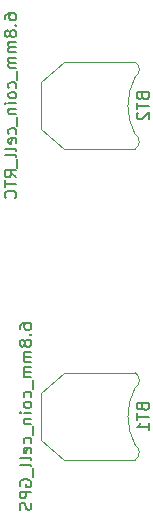
<source format=gbr>
%TF.GenerationSoftware,KiCad,Pcbnew,7.0.7*%
%TF.CreationDate,2024-01-17T19:34:37-05:00*%
%TF.ProjectId,Unified_Board,556e6966-6965-4645-9f42-6f6172642e6b,rev?*%
%TF.SameCoordinates,Original*%
%TF.FileFunction,Legend,Bot*%
%TF.FilePolarity,Positive*%
%FSLAX46Y46*%
G04 Gerber Fmt 4.6, Leading zero omitted, Abs format (unit mm)*
G04 Created by KiCad (PCBNEW 7.0.7) date 2024-01-17 19:34:37*
%MOMM*%
%LPD*%
G01*
G04 APERTURE LIST*
%ADD10C,0.150000*%
%ADD11C,0.120000*%
G04 APERTURE END LIST*
D10*
X155131009Y-83914285D02*
X155178628Y-84057142D01*
X155178628Y-84057142D02*
X155226247Y-84104761D01*
X155226247Y-84104761D02*
X155321485Y-84152380D01*
X155321485Y-84152380D02*
X155464342Y-84152380D01*
X155464342Y-84152380D02*
X155559580Y-84104761D01*
X155559580Y-84104761D02*
X155607200Y-84057142D01*
X155607200Y-84057142D02*
X155654819Y-83961904D01*
X155654819Y-83961904D02*
X155654819Y-83580952D01*
X155654819Y-83580952D02*
X154654819Y-83580952D01*
X154654819Y-83580952D02*
X154654819Y-83914285D01*
X154654819Y-83914285D02*
X154702438Y-84009523D01*
X154702438Y-84009523D02*
X154750057Y-84057142D01*
X154750057Y-84057142D02*
X154845295Y-84104761D01*
X154845295Y-84104761D02*
X154940533Y-84104761D01*
X154940533Y-84104761D02*
X155035771Y-84057142D01*
X155035771Y-84057142D02*
X155083390Y-84009523D01*
X155083390Y-84009523D02*
X155131009Y-83914285D01*
X155131009Y-83914285D02*
X155131009Y-83580952D01*
X154654819Y-84438095D02*
X154654819Y-85009523D01*
X155654819Y-84723809D02*
X154654819Y-84723809D01*
X155654819Y-85866666D02*
X155654819Y-85295238D01*
X155654819Y-85580952D02*
X154654819Y-85580952D01*
X154654819Y-85580952D02*
X154797676Y-85485714D01*
X154797676Y-85485714D02*
X154892914Y-85390476D01*
X154892914Y-85390476D02*
X154940533Y-85295238D01*
X144729819Y-77271428D02*
X144729819Y-77080952D01*
X144729819Y-77080952D02*
X144777438Y-76985714D01*
X144777438Y-76985714D02*
X144825057Y-76938095D01*
X144825057Y-76938095D02*
X144967914Y-76842857D01*
X144967914Y-76842857D02*
X145158390Y-76795238D01*
X145158390Y-76795238D02*
X145539342Y-76795238D01*
X145539342Y-76795238D02*
X145634580Y-76842857D01*
X145634580Y-76842857D02*
X145682200Y-76890476D01*
X145682200Y-76890476D02*
X145729819Y-76985714D01*
X145729819Y-76985714D02*
X145729819Y-77176190D01*
X145729819Y-77176190D02*
X145682200Y-77271428D01*
X145682200Y-77271428D02*
X145634580Y-77319047D01*
X145634580Y-77319047D02*
X145539342Y-77366666D01*
X145539342Y-77366666D02*
X145301247Y-77366666D01*
X145301247Y-77366666D02*
X145206009Y-77319047D01*
X145206009Y-77319047D02*
X145158390Y-77271428D01*
X145158390Y-77271428D02*
X145110771Y-77176190D01*
X145110771Y-77176190D02*
X145110771Y-76985714D01*
X145110771Y-76985714D02*
X145158390Y-76890476D01*
X145158390Y-76890476D02*
X145206009Y-76842857D01*
X145206009Y-76842857D02*
X145301247Y-76795238D01*
X145634580Y-77795238D02*
X145682200Y-77842857D01*
X145682200Y-77842857D02*
X145729819Y-77795238D01*
X145729819Y-77795238D02*
X145682200Y-77747619D01*
X145682200Y-77747619D02*
X145634580Y-77795238D01*
X145634580Y-77795238D02*
X145729819Y-77795238D01*
X145158390Y-78414285D02*
X145110771Y-78319047D01*
X145110771Y-78319047D02*
X145063152Y-78271428D01*
X145063152Y-78271428D02*
X144967914Y-78223809D01*
X144967914Y-78223809D02*
X144920295Y-78223809D01*
X144920295Y-78223809D02*
X144825057Y-78271428D01*
X144825057Y-78271428D02*
X144777438Y-78319047D01*
X144777438Y-78319047D02*
X144729819Y-78414285D01*
X144729819Y-78414285D02*
X144729819Y-78604761D01*
X144729819Y-78604761D02*
X144777438Y-78699999D01*
X144777438Y-78699999D02*
X144825057Y-78747618D01*
X144825057Y-78747618D02*
X144920295Y-78795237D01*
X144920295Y-78795237D02*
X144967914Y-78795237D01*
X144967914Y-78795237D02*
X145063152Y-78747618D01*
X145063152Y-78747618D02*
X145110771Y-78699999D01*
X145110771Y-78699999D02*
X145158390Y-78604761D01*
X145158390Y-78604761D02*
X145158390Y-78414285D01*
X145158390Y-78414285D02*
X145206009Y-78319047D01*
X145206009Y-78319047D02*
X145253628Y-78271428D01*
X145253628Y-78271428D02*
X145348866Y-78223809D01*
X145348866Y-78223809D02*
X145539342Y-78223809D01*
X145539342Y-78223809D02*
X145634580Y-78271428D01*
X145634580Y-78271428D02*
X145682200Y-78319047D01*
X145682200Y-78319047D02*
X145729819Y-78414285D01*
X145729819Y-78414285D02*
X145729819Y-78604761D01*
X145729819Y-78604761D02*
X145682200Y-78699999D01*
X145682200Y-78699999D02*
X145634580Y-78747618D01*
X145634580Y-78747618D02*
X145539342Y-78795237D01*
X145539342Y-78795237D02*
X145348866Y-78795237D01*
X145348866Y-78795237D02*
X145253628Y-78747618D01*
X145253628Y-78747618D02*
X145206009Y-78699999D01*
X145206009Y-78699999D02*
X145158390Y-78604761D01*
X145729819Y-79223809D02*
X145063152Y-79223809D01*
X145158390Y-79223809D02*
X145110771Y-79271428D01*
X145110771Y-79271428D02*
X145063152Y-79366666D01*
X145063152Y-79366666D02*
X145063152Y-79509523D01*
X145063152Y-79509523D02*
X145110771Y-79604761D01*
X145110771Y-79604761D02*
X145206009Y-79652380D01*
X145206009Y-79652380D02*
X145729819Y-79652380D01*
X145206009Y-79652380D02*
X145110771Y-79699999D01*
X145110771Y-79699999D02*
X145063152Y-79795237D01*
X145063152Y-79795237D02*
X145063152Y-79938094D01*
X145063152Y-79938094D02*
X145110771Y-80033333D01*
X145110771Y-80033333D02*
X145206009Y-80080952D01*
X145206009Y-80080952D02*
X145729819Y-80080952D01*
X145729819Y-80557142D02*
X145063152Y-80557142D01*
X145158390Y-80557142D02*
X145110771Y-80604761D01*
X145110771Y-80604761D02*
X145063152Y-80699999D01*
X145063152Y-80699999D02*
X145063152Y-80842856D01*
X145063152Y-80842856D02*
X145110771Y-80938094D01*
X145110771Y-80938094D02*
X145206009Y-80985713D01*
X145206009Y-80985713D02*
X145729819Y-80985713D01*
X145206009Y-80985713D02*
X145110771Y-81033332D01*
X145110771Y-81033332D02*
X145063152Y-81128570D01*
X145063152Y-81128570D02*
X145063152Y-81271427D01*
X145063152Y-81271427D02*
X145110771Y-81366666D01*
X145110771Y-81366666D02*
X145206009Y-81414285D01*
X145206009Y-81414285D02*
X145729819Y-81414285D01*
X145825057Y-81652380D02*
X145825057Y-82414284D01*
X145682200Y-83080951D02*
X145729819Y-82985713D01*
X145729819Y-82985713D02*
X145729819Y-82795237D01*
X145729819Y-82795237D02*
X145682200Y-82699999D01*
X145682200Y-82699999D02*
X145634580Y-82652380D01*
X145634580Y-82652380D02*
X145539342Y-82604761D01*
X145539342Y-82604761D02*
X145253628Y-82604761D01*
X145253628Y-82604761D02*
X145158390Y-82652380D01*
X145158390Y-82652380D02*
X145110771Y-82699999D01*
X145110771Y-82699999D02*
X145063152Y-82795237D01*
X145063152Y-82795237D02*
X145063152Y-82985713D01*
X145063152Y-82985713D02*
X145110771Y-83080951D01*
X145729819Y-83652380D02*
X145682200Y-83557142D01*
X145682200Y-83557142D02*
X145634580Y-83509523D01*
X145634580Y-83509523D02*
X145539342Y-83461904D01*
X145539342Y-83461904D02*
X145253628Y-83461904D01*
X145253628Y-83461904D02*
X145158390Y-83509523D01*
X145158390Y-83509523D02*
X145110771Y-83557142D01*
X145110771Y-83557142D02*
X145063152Y-83652380D01*
X145063152Y-83652380D02*
X145063152Y-83795237D01*
X145063152Y-83795237D02*
X145110771Y-83890475D01*
X145110771Y-83890475D02*
X145158390Y-83938094D01*
X145158390Y-83938094D02*
X145253628Y-83985713D01*
X145253628Y-83985713D02*
X145539342Y-83985713D01*
X145539342Y-83985713D02*
X145634580Y-83938094D01*
X145634580Y-83938094D02*
X145682200Y-83890475D01*
X145682200Y-83890475D02*
X145729819Y-83795237D01*
X145729819Y-83795237D02*
X145729819Y-83652380D01*
X145729819Y-84414285D02*
X145063152Y-84414285D01*
X144729819Y-84414285D02*
X144777438Y-84366666D01*
X144777438Y-84366666D02*
X144825057Y-84414285D01*
X144825057Y-84414285D02*
X144777438Y-84461904D01*
X144777438Y-84461904D02*
X144729819Y-84414285D01*
X144729819Y-84414285D02*
X144825057Y-84414285D01*
X145063152Y-84890475D02*
X145729819Y-84890475D01*
X145158390Y-84890475D02*
X145110771Y-84938094D01*
X145110771Y-84938094D02*
X145063152Y-85033332D01*
X145063152Y-85033332D02*
X145063152Y-85176189D01*
X145063152Y-85176189D02*
X145110771Y-85271427D01*
X145110771Y-85271427D02*
X145206009Y-85319046D01*
X145206009Y-85319046D02*
X145729819Y-85319046D01*
X145825057Y-85557142D02*
X145825057Y-86319046D01*
X145682200Y-86985713D02*
X145729819Y-86890475D01*
X145729819Y-86890475D02*
X145729819Y-86699999D01*
X145729819Y-86699999D02*
X145682200Y-86604761D01*
X145682200Y-86604761D02*
X145634580Y-86557142D01*
X145634580Y-86557142D02*
X145539342Y-86509523D01*
X145539342Y-86509523D02*
X145253628Y-86509523D01*
X145253628Y-86509523D02*
X145158390Y-86557142D01*
X145158390Y-86557142D02*
X145110771Y-86604761D01*
X145110771Y-86604761D02*
X145063152Y-86699999D01*
X145063152Y-86699999D02*
X145063152Y-86890475D01*
X145063152Y-86890475D02*
X145110771Y-86985713D01*
X145682200Y-87795237D02*
X145729819Y-87699999D01*
X145729819Y-87699999D02*
X145729819Y-87509523D01*
X145729819Y-87509523D02*
X145682200Y-87414285D01*
X145682200Y-87414285D02*
X145586961Y-87366666D01*
X145586961Y-87366666D02*
X145206009Y-87366666D01*
X145206009Y-87366666D02*
X145110771Y-87414285D01*
X145110771Y-87414285D02*
X145063152Y-87509523D01*
X145063152Y-87509523D02*
X145063152Y-87699999D01*
X145063152Y-87699999D02*
X145110771Y-87795237D01*
X145110771Y-87795237D02*
X145206009Y-87842856D01*
X145206009Y-87842856D02*
X145301247Y-87842856D01*
X145301247Y-87842856D02*
X145396485Y-87366666D01*
X145729819Y-88414285D02*
X145682200Y-88319047D01*
X145682200Y-88319047D02*
X145586961Y-88271428D01*
X145586961Y-88271428D02*
X144729819Y-88271428D01*
X145729819Y-88938095D02*
X145682200Y-88842857D01*
X145682200Y-88842857D02*
X145586961Y-88795238D01*
X145586961Y-88795238D02*
X144729819Y-88795238D01*
X145825057Y-89080953D02*
X145825057Y-89842857D01*
X144777438Y-90604762D02*
X144729819Y-90509524D01*
X144729819Y-90509524D02*
X144729819Y-90366667D01*
X144729819Y-90366667D02*
X144777438Y-90223810D01*
X144777438Y-90223810D02*
X144872676Y-90128572D01*
X144872676Y-90128572D02*
X144967914Y-90080953D01*
X144967914Y-90080953D02*
X145158390Y-90033334D01*
X145158390Y-90033334D02*
X145301247Y-90033334D01*
X145301247Y-90033334D02*
X145491723Y-90080953D01*
X145491723Y-90080953D02*
X145586961Y-90128572D01*
X145586961Y-90128572D02*
X145682200Y-90223810D01*
X145682200Y-90223810D02*
X145729819Y-90366667D01*
X145729819Y-90366667D02*
X145729819Y-90461905D01*
X145729819Y-90461905D02*
X145682200Y-90604762D01*
X145682200Y-90604762D02*
X145634580Y-90652381D01*
X145634580Y-90652381D02*
X145301247Y-90652381D01*
X145301247Y-90652381D02*
X145301247Y-90461905D01*
X145729819Y-91080953D02*
X144729819Y-91080953D01*
X144729819Y-91080953D02*
X144729819Y-91461905D01*
X144729819Y-91461905D02*
X144777438Y-91557143D01*
X144777438Y-91557143D02*
X144825057Y-91604762D01*
X144825057Y-91604762D02*
X144920295Y-91652381D01*
X144920295Y-91652381D02*
X145063152Y-91652381D01*
X145063152Y-91652381D02*
X145158390Y-91604762D01*
X145158390Y-91604762D02*
X145206009Y-91557143D01*
X145206009Y-91557143D02*
X145253628Y-91461905D01*
X145253628Y-91461905D02*
X145253628Y-91080953D01*
X145682200Y-92033334D02*
X145729819Y-92176191D01*
X145729819Y-92176191D02*
X145729819Y-92414286D01*
X145729819Y-92414286D02*
X145682200Y-92509524D01*
X145682200Y-92509524D02*
X145634580Y-92557143D01*
X145634580Y-92557143D02*
X145539342Y-92604762D01*
X145539342Y-92604762D02*
X145444104Y-92604762D01*
X145444104Y-92604762D02*
X145348866Y-92557143D01*
X145348866Y-92557143D02*
X145301247Y-92509524D01*
X145301247Y-92509524D02*
X145253628Y-92414286D01*
X145253628Y-92414286D02*
X145206009Y-92223810D01*
X145206009Y-92223810D02*
X145158390Y-92128572D01*
X145158390Y-92128572D02*
X145110771Y-92080953D01*
X145110771Y-92080953D02*
X145015533Y-92033334D01*
X145015533Y-92033334D02*
X144920295Y-92033334D01*
X144920295Y-92033334D02*
X144825057Y-92080953D01*
X144825057Y-92080953D02*
X144777438Y-92128572D01*
X144777438Y-92128572D02*
X144729819Y-92223810D01*
X144729819Y-92223810D02*
X144729819Y-92461905D01*
X144729819Y-92461905D02*
X144777438Y-92604762D01*
X155131009Y-57614285D02*
X155178628Y-57757142D01*
X155178628Y-57757142D02*
X155226247Y-57804761D01*
X155226247Y-57804761D02*
X155321485Y-57852380D01*
X155321485Y-57852380D02*
X155464342Y-57852380D01*
X155464342Y-57852380D02*
X155559580Y-57804761D01*
X155559580Y-57804761D02*
X155607200Y-57757142D01*
X155607200Y-57757142D02*
X155654819Y-57661904D01*
X155654819Y-57661904D02*
X155654819Y-57280952D01*
X155654819Y-57280952D02*
X154654819Y-57280952D01*
X154654819Y-57280952D02*
X154654819Y-57614285D01*
X154654819Y-57614285D02*
X154702438Y-57709523D01*
X154702438Y-57709523D02*
X154750057Y-57757142D01*
X154750057Y-57757142D02*
X154845295Y-57804761D01*
X154845295Y-57804761D02*
X154940533Y-57804761D01*
X154940533Y-57804761D02*
X155035771Y-57757142D01*
X155035771Y-57757142D02*
X155083390Y-57709523D01*
X155083390Y-57709523D02*
X155131009Y-57614285D01*
X155131009Y-57614285D02*
X155131009Y-57280952D01*
X154654819Y-58138095D02*
X154654819Y-58709523D01*
X155654819Y-58423809D02*
X154654819Y-58423809D01*
X154750057Y-58995238D02*
X154702438Y-59042857D01*
X154702438Y-59042857D02*
X154654819Y-59138095D01*
X154654819Y-59138095D02*
X154654819Y-59376190D01*
X154654819Y-59376190D02*
X154702438Y-59471428D01*
X154702438Y-59471428D02*
X154750057Y-59519047D01*
X154750057Y-59519047D02*
X154845295Y-59566666D01*
X154845295Y-59566666D02*
X154940533Y-59566666D01*
X154940533Y-59566666D02*
X155083390Y-59519047D01*
X155083390Y-59519047D02*
X155654819Y-58947619D01*
X155654819Y-58947619D02*
X155654819Y-59566666D01*
X143454819Y-51066666D02*
X143454819Y-50876190D01*
X143454819Y-50876190D02*
X143502438Y-50780952D01*
X143502438Y-50780952D02*
X143550057Y-50733333D01*
X143550057Y-50733333D02*
X143692914Y-50638095D01*
X143692914Y-50638095D02*
X143883390Y-50590476D01*
X143883390Y-50590476D02*
X144264342Y-50590476D01*
X144264342Y-50590476D02*
X144359580Y-50638095D01*
X144359580Y-50638095D02*
X144407200Y-50685714D01*
X144407200Y-50685714D02*
X144454819Y-50780952D01*
X144454819Y-50780952D02*
X144454819Y-50971428D01*
X144454819Y-50971428D02*
X144407200Y-51066666D01*
X144407200Y-51066666D02*
X144359580Y-51114285D01*
X144359580Y-51114285D02*
X144264342Y-51161904D01*
X144264342Y-51161904D02*
X144026247Y-51161904D01*
X144026247Y-51161904D02*
X143931009Y-51114285D01*
X143931009Y-51114285D02*
X143883390Y-51066666D01*
X143883390Y-51066666D02*
X143835771Y-50971428D01*
X143835771Y-50971428D02*
X143835771Y-50780952D01*
X143835771Y-50780952D02*
X143883390Y-50685714D01*
X143883390Y-50685714D02*
X143931009Y-50638095D01*
X143931009Y-50638095D02*
X144026247Y-50590476D01*
X144359580Y-51590476D02*
X144407200Y-51638095D01*
X144407200Y-51638095D02*
X144454819Y-51590476D01*
X144454819Y-51590476D02*
X144407200Y-51542857D01*
X144407200Y-51542857D02*
X144359580Y-51590476D01*
X144359580Y-51590476D02*
X144454819Y-51590476D01*
X143883390Y-52209523D02*
X143835771Y-52114285D01*
X143835771Y-52114285D02*
X143788152Y-52066666D01*
X143788152Y-52066666D02*
X143692914Y-52019047D01*
X143692914Y-52019047D02*
X143645295Y-52019047D01*
X143645295Y-52019047D02*
X143550057Y-52066666D01*
X143550057Y-52066666D02*
X143502438Y-52114285D01*
X143502438Y-52114285D02*
X143454819Y-52209523D01*
X143454819Y-52209523D02*
X143454819Y-52399999D01*
X143454819Y-52399999D02*
X143502438Y-52495237D01*
X143502438Y-52495237D02*
X143550057Y-52542856D01*
X143550057Y-52542856D02*
X143645295Y-52590475D01*
X143645295Y-52590475D02*
X143692914Y-52590475D01*
X143692914Y-52590475D02*
X143788152Y-52542856D01*
X143788152Y-52542856D02*
X143835771Y-52495237D01*
X143835771Y-52495237D02*
X143883390Y-52399999D01*
X143883390Y-52399999D02*
X143883390Y-52209523D01*
X143883390Y-52209523D02*
X143931009Y-52114285D01*
X143931009Y-52114285D02*
X143978628Y-52066666D01*
X143978628Y-52066666D02*
X144073866Y-52019047D01*
X144073866Y-52019047D02*
X144264342Y-52019047D01*
X144264342Y-52019047D02*
X144359580Y-52066666D01*
X144359580Y-52066666D02*
X144407200Y-52114285D01*
X144407200Y-52114285D02*
X144454819Y-52209523D01*
X144454819Y-52209523D02*
X144454819Y-52399999D01*
X144454819Y-52399999D02*
X144407200Y-52495237D01*
X144407200Y-52495237D02*
X144359580Y-52542856D01*
X144359580Y-52542856D02*
X144264342Y-52590475D01*
X144264342Y-52590475D02*
X144073866Y-52590475D01*
X144073866Y-52590475D02*
X143978628Y-52542856D01*
X143978628Y-52542856D02*
X143931009Y-52495237D01*
X143931009Y-52495237D02*
X143883390Y-52399999D01*
X144454819Y-53019047D02*
X143788152Y-53019047D01*
X143883390Y-53019047D02*
X143835771Y-53066666D01*
X143835771Y-53066666D02*
X143788152Y-53161904D01*
X143788152Y-53161904D02*
X143788152Y-53304761D01*
X143788152Y-53304761D02*
X143835771Y-53399999D01*
X143835771Y-53399999D02*
X143931009Y-53447618D01*
X143931009Y-53447618D02*
X144454819Y-53447618D01*
X143931009Y-53447618D02*
X143835771Y-53495237D01*
X143835771Y-53495237D02*
X143788152Y-53590475D01*
X143788152Y-53590475D02*
X143788152Y-53733332D01*
X143788152Y-53733332D02*
X143835771Y-53828571D01*
X143835771Y-53828571D02*
X143931009Y-53876190D01*
X143931009Y-53876190D02*
X144454819Y-53876190D01*
X144454819Y-54352380D02*
X143788152Y-54352380D01*
X143883390Y-54352380D02*
X143835771Y-54399999D01*
X143835771Y-54399999D02*
X143788152Y-54495237D01*
X143788152Y-54495237D02*
X143788152Y-54638094D01*
X143788152Y-54638094D02*
X143835771Y-54733332D01*
X143835771Y-54733332D02*
X143931009Y-54780951D01*
X143931009Y-54780951D02*
X144454819Y-54780951D01*
X143931009Y-54780951D02*
X143835771Y-54828570D01*
X143835771Y-54828570D02*
X143788152Y-54923808D01*
X143788152Y-54923808D02*
X143788152Y-55066665D01*
X143788152Y-55066665D02*
X143835771Y-55161904D01*
X143835771Y-55161904D02*
X143931009Y-55209523D01*
X143931009Y-55209523D02*
X144454819Y-55209523D01*
X144550057Y-55447618D02*
X144550057Y-56209522D01*
X144407200Y-56876189D02*
X144454819Y-56780951D01*
X144454819Y-56780951D02*
X144454819Y-56590475D01*
X144454819Y-56590475D02*
X144407200Y-56495237D01*
X144407200Y-56495237D02*
X144359580Y-56447618D01*
X144359580Y-56447618D02*
X144264342Y-56399999D01*
X144264342Y-56399999D02*
X143978628Y-56399999D01*
X143978628Y-56399999D02*
X143883390Y-56447618D01*
X143883390Y-56447618D02*
X143835771Y-56495237D01*
X143835771Y-56495237D02*
X143788152Y-56590475D01*
X143788152Y-56590475D02*
X143788152Y-56780951D01*
X143788152Y-56780951D02*
X143835771Y-56876189D01*
X144454819Y-57447618D02*
X144407200Y-57352380D01*
X144407200Y-57352380D02*
X144359580Y-57304761D01*
X144359580Y-57304761D02*
X144264342Y-57257142D01*
X144264342Y-57257142D02*
X143978628Y-57257142D01*
X143978628Y-57257142D02*
X143883390Y-57304761D01*
X143883390Y-57304761D02*
X143835771Y-57352380D01*
X143835771Y-57352380D02*
X143788152Y-57447618D01*
X143788152Y-57447618D02*
X143788152Y-57590475D01*
X143788152Y-57590475D02*
X143835771Y-57685713D01*
X143835771Y-57685713D02*
X143883390Y-57733332D01*
X143883390Y-57733332D02*
X143978628Y-57780951D01*
X143978628Y-57780951D02*
X144264342Y-57780951D01*
X144264342Y-57780951D02*
X144359580Y-57733332D01*
X144359580Y-57733332D02*
X144407200Y-57685713D01*
X144407200Y-57685713D02*
X144454819Y-57590475D01*
X144454819Y-57590475D02*
X144454819Y-57447618D01*
X144454819Y-58209523D02*
X143788152Y-58209523D01*
X143454819Y-58209523D02*
X143502438Y-58161904D01*
X143502438Y-58161904D02*
X143550057Y-58209523D01*
X143550057Y-58209523D02*
X143502438Y-58257142D01*
X143502438Y-58257142D02*
X143454819Y-58209523D01*
X143454819Y-58209523D02*
X143550057Y-58209523D01*
X143788152Y-58685713D02*
X144454819Y-58685713D01*
X143883390Y-58685713D02*
X143835771Y-58733332D01*
X143835771Y-58733332D02*
X143788152Y-58828570D01*
X143788152Y-58828570D02*
X143788152Y-58971427D01*
X143788152Y-58971427D02*
X143835771Y-59066665D01*
X143835771Y-59066665D02*
X143931009Y-59114284D01*
X143931009Y-59114284D02*
X144454819Y-59114284D01*
X144550057Y-59352380D02*
X144550057Y-60114284D01*
X144407200Y-60780951D02*
X144454819Y-60685713D01*
X144454819Y-60685713D02*
X144454819Y-60495237D01*
X144454819Y-60495237D02*
X144407200Y-60399999D01*
X144407200Y-60399999D02*
X144359580Y-60352380D01*
X144359580Y-60352380D02*
X144264342Y-60304761D01*
X144264342Y-60304761D02*
X143978628Y-60304761D01*
X143978628Y-60304761D02*
X143883390Y-60352380D01*
X143883390Y-60352380D02*
X143835771Y-60399999D01*
X143835771Y-60399999D02*
X143788152Y-60495237D01*
X143788152Y-60495237D02*
X143788152Y-60685713D01*
X143788152Y-60685713D02*
X143835771Y-60780951D01*
X144407200Y-61590475D02*
X144454819Y-61495237D01*
X144454819Y-61495237D02*
X144454819Y-61304761D01*
X144454819Y-61304761D02*
X144407200Y-61209523D01*
X144407200Y-61209523D02*
X144311961Y-61161904D01*
X144311961Y-61161904D02*
X143931009Y-61161904D01*
X143931009Y-61161904D02*
X143835771Y-61209523D01*
X143835771Y-61209523D02*
X143788152Y-61304761D01*
X143788152Y-61304761D02*
X143788152Y-61495237D01*
X143788152Y-61495237D02*
X143835771Y-61590475D01*
X143835771Y-61590475D02*
X143931009Y-61638094D01*
X143931009Y-61638094D02*
X144026247Y-61638094D01*
X144026247Y-61638094D02*
X144121485Y-61161904D01*
X144454819Y-62209523D02*
X144407200Y-62114285D01*
X144407200Y-62114285D02*
X144311961Y-62066666D01*
X144311961Y-62066666D02*
X143454819Y-62066666D01*
X144454819Y-62733333D02*
X144407200Y-62638095D01*
X144407200Y-62638095D02*
X144311961Y-62590476D01*
X144311961Y-62590476D02*
X143454819Y-62590476D01*
X144550057Y-62876191D02*
X144550057Y-63638095D01*
X144454819Y-64447619D02*
X143978628Y-64114286D01*
X144454819Y-63876191D02*
X143454819Y-63876191D01*
X143454819Y-63876191D02*
X143454819Y-64257143D01*
X143454819Y-64257143D02*
X143502438Y-64352381D01*
X143502438Y-64352381D02*
X143550057Y-64400000D01*
X143550057Y-64400000D02*
X143645295Y-64447619D01*
X143645295Y-64447619D02*
X143788152Y-64447619D01*
X143788152Y-64447619D02*
X143883390Y-64400000D01*
X143883390Y-64400000D02*
X143931009Y-64352381D01*
X143931009Y-64352381D02*
X143978628Y-64257143D01*
X143978628Y-64257143D02*
X143978628Y-63876191D01*
X143454819Y-64733334D02*
X143454819Y-65304762D01*
X144454819Y-65019048D02*
X143454819Y-65019048D01*
X144359580Y-66209524D02*
X144407200Y-66161905D01*
X144407200Y-66161905D02*
X144454819Y-66019048D01*
X144454819Y-66019048D02*
X144454819Y-65923810D01*
X144454819Y-65923810D02*
X144407200Y-65780953D01*
X144407200Y-65780953D02*
X144311961Y-65685715D01*
X144311961Y-65685715D02*
X144216723Y-65638096D01*
X144216723Y-65638096D02*
X144026247Y-65590477D01*
X144026247Y-65590477D02*
X143883390Y-65590477D01*
X143883390Y-65590477D02*
X143692914Y-65638096D01*
X143692914Y-65638096D02*
X143597676Y-65685715D01*
X143597676Y-65685715D02*
X143502438Y-65780953D01*
X143502438Y-65780953D02*
X143454819Y-65923810D01*
X143454819Y-65923810D02*
X143454819Y-66019048D01*
X143454819Y-66019048D02*
X143502438Y-66161905D01*
X143502438Y-66161905D02*
X143550057Y-66209524D01*
D11*
%TO.C,BT1*%
X154500000Y-88400000D02*
X148500000Y-88400000D01*
X146500000Y-86700000D02*
X148500000Y-88400000D01*
X146500000Y-86700000D02*
X146500000Y-82700000D01*
X146500000Y-82700000D02*
X148500000Y-81000000D01*
X154500000Y-81000000D02*
X148500000Y-81000000D01*
X154490673Y-88405648D02*
G75*
G03*
X154500000Y-87100000I-390674J655648D01*
G01*
X154495415Y-82308617D02*
G75*
G03*
X154500000Y-87100000I4504582J-2391383D01*
G01*
X154493972Y-82307373D02*
G75*
G03*
X154500000Y-80996277I-393972J657373D01*
G01*
%TO.C,BT2*%
X154500000Y-62100000D02*
X148500000Y-62100000D01*
X146500000Y-60400000D02*
X148500000Y-62100000D01*
X146500000Y-60400000D02*
X146500000Y-56400000D01*
X146500000Y-56400000D02*
X148500000Y-54700000D01*
X154500000Y-54700000D02*
X148500000Y-54700000D01*
X154490673Y-62105648D02*
G75*
G03*
X154500000Y-60800000I-390674J655648D01*
G01*
X154495415Y-56008617D02*
G75*
G03*
X154500000Y-60800000I4504582J-2391383D01*
G01*
X154493972Y-56007373D02*
G75*
G03*
X154500000Y-54696277I-393972J657373D01*
G01*
%TD*%
M02*

</source>
